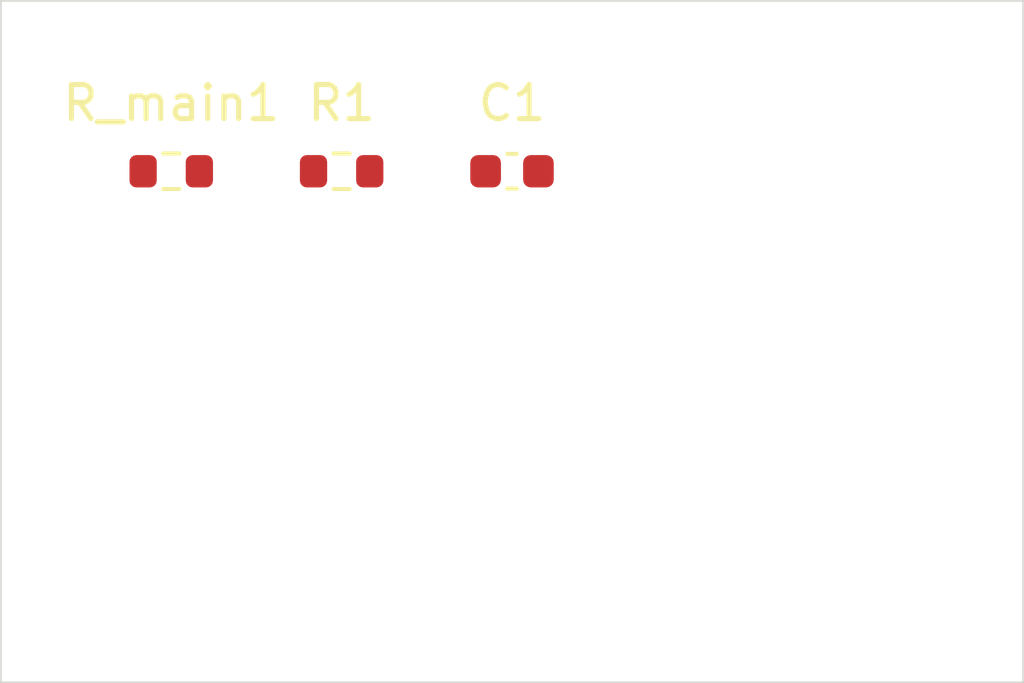
<source format=kicad_pcb>
(kicad_pcb (version 20241229) (generator "pcbnew") (generator_version "9.0")
  (layers (0 "F.Cu" signal) (2 "B.Cu" signal) (13 "F.Paste" user) (15 "B.Paste" user) (5 "F.SilkS" user "F.Silkscreen") (7 "B.SilkS" user "B.Silkscreen") (1 "F.Mask" user) (3 "B.Mask" user) (25 "Edge.Cuts" user))
  (net 0 "")
  (footprint "Resistor_SMD:R_0603_1608Metric" (layer "F.Cu") (at 5.0 5.0)
    (property "Reference" "R_main1" (at 0 -2 0) (layer "F.SilkS") (effects (font (size 1.0 1.0))))
    (property "Value" "1k")
    (fp_line (start -0.237258 -0.5225) (end 0.237258 -0.5225) (stroke (width 0.12)) (layer "F.SilkS"))
    (fp_line (start -0.237258 0.5225) (end 0.237258 0.5225) (stroke (width 0.12)) (layer "F.SilkS"))
    (pad "1" smd roundrect (at -0.825 0.0) (size 0.8 0.95) (layers "F.Cu" "F.Mask" "F.Paste"))
    (pad "2" smd roundrect (at 0.825 0.0) (size 0.8 0.95) (layers "F.Cu" "F.Mask" "F.Paste"))
  )
  (footprint "Resistor_SMD:R_0603_1608Metric" (layer "F.Cu") (at 10.0 5.0)
    (property "Reference" "R1" (at 0 -2 0) (layer "F.SilkS") (effects (font (size 1.0 1.0))))
    (property "Value" "10k")
    (fp_line (start -0.237258 -0.5225) (end 0.237258 -0.5225) (stroke (width 0.12)) (layer "F.SilkS"))
    (fp_line (start -0.237258 0.5225) (end 0.237258 0.5225) (stroke (width 0.12)) (layer "F.SilkS"))
    (pad "1" smd roundrect (at -0.825 0.0) (size 0.8 0.95) (layers "F.Cu" "F.Mask" "F.Paste"))
    (pad "2" smd roundrect (at 0.825 0.0) (size 0.8 0.95) (layers "F.Cu" "F.Mask" "F.Paste"))
  )
  (footprint "Capacitor_SMD:C_0603_1608Metric" (layer "F.Cu") (at 15.0 5.0)
    (property "Reference" "C1" (at 0 -2 0) (layer "F.SilkS") (effects (font (size 1.0 1.0))))
    (property "Value" "1µF")
    (fp_line (start -0.14058 -0.51) (end 0.14058 -0.51) (stroke (width 0.12)) (layer "F.SilkS"))
    (fp_line (start -0.14058 0.51) (end 0.14058 0.51) (stroke (width 0.12)) (layer "F.SilkS"))
    (pad "1" smd roundrect (at -0.775 0.0) (size 0.9 0.95) (layers "F.Cu" "F.Mask" "F.Paste"))
    (pad "2" smd roundrect (at 0.775 0.0) (size 0.9 0.95) (layers "F.Cu" "F.Mask" "F.Paste"))
  )
  (gr_rect (start 0 0) (end 30.0 20.0) (stroke (width 0.05)) (fill no) (layer "Edge.Cuts"))
)
</source>
